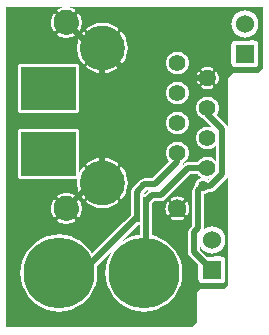
<source format=gbr>
G04 start of page 3 for group 1 idx 1 *
G04 Title: (unknown), bottom *
G04 Creator: pcb 1.99z *
G04 CreationDate: Tue Dec  8 20:21:25 2015 UTC *
G04 For: commonadmin *
G04 Format: Gerber/RS-274X *
G04 PCB-Dimensions (mil): 900.00 1100.00 *
G04 PCB-Coordinate-Origin: lower left *
%MOIN*%
%FSLAX25Y25*%
%LNBOTTOM*%
%ADD40C,0.0630*%
%ADD39C,0.1280*%
%ADD38C,0.1870*%
%ADD37C,0.0354*%
%ADD36C,0.0380*%
%ADD35C,0.0350*%
%ADD34C,0.0340*%
%ADD33R,0.0197X0.0197*%
%ADD32R,0.1450X0.1450*%
%ADD31C,0.0827*%
%ADD30C,0.1476*%
%ADD29C,0.2362*%
%ADD28C,0.0551*%
%ADD27C,0.0600*%
%ADD26C,0.0200*%
%ADD25C,0.0001*%
G54D25*G36*
X80500Y109000D02*X86500D01*
Y88500D01*
X85000Y87000D01*
X80500D01*
Y89007D01*
X83735Y89014D01*
X83965Y89069D01*
X84183Y89159D01*
X84384Y89283D01*
X84564Y89436D01*
X84717Y89616D01*
X84841Y89817D01*
X84931Y90035D01*
X84986Y90265D01*
X85000Y90500D01*
X84986Y96735D01*
X84931Y96965D01*
X84841Y97183D01*
X84717Y97384D01*
X84564Y97564D01*
X84384Y97717D01*
X84183Y97841D01*
X83965Y97931D01*
X83735Y97986D01*
X83500Y98000D01*
X80500Y97993D01*
Y98986D01*
X81206Y99042D01*
X81895Y99207D01*
X82549Y99478D01*
X83153Y99848D01*
X83692Y100308D01*
X84152Y100847D01*
X84522Y101451D01*
X84793Y102105D01*
X84958Y102794D01*
X85000Y103500D01*
X84958Y104206D01*
X84793Y104895D01*
X84522Y105549D01*
X84152Y106153D01*
X83692Y106692D01*
X83153Y107152D01*
X82549Y107522D01*
X81895Y107793D01*
X81206Y107958D01*
X80500Y108014D01*
Y109000D01*
G37*
G36*
X68002Y61733D02*X68589Y61779D01*
X69164Y61917D01*
X69710Y62143D01*
X70214Y62452D01*
X70664Y62836D01*
X71000Y63229D01*
Y57771D01*
X70664Y58164D01*
X70214Y58548D01*
X69710Y58857D01*
X69164Y59083D01*
X68589Y59221D01*
X68002Y59267D01*
Y61733D01*
G37*
G36*
Y70670D02*X69980Y68692D01*
X69710Y68857D01*
X69164Y69083D01*
X68589Y69221D01*
X68002Y69267D01*
Y70670D01*
G37*
G36*
X71073Y109000D02*X80500D01*
Y108014D01*
X79794Y107958D01*
X79105Y107793D01*
X78451Y107522D01*
X77847Y107152D01*
X77308Y106692D01*
X76848Y106153D01*
X76478Y105549D01*
X76207Y104895D01*
X76042Y104206D01*
X75986Y103500D01*
X76042Y102794D01*
X76207Y102105D01*
X76478Y101451D01*
X76848Y100847D01*
X77308Y100308D01*
X77847Y99848D01*
X78451Y99478D01*
X79105Y99207D01*
X79794Y99042D01*
X80500Y98986D01*
Y97993D01*
X77265Y97986D01*
X77035Y97931D01*
X76817Y97841D01*
X76616Y97717D01*
X76436Y97564D01*
X76283Y97384D01*
X76159Y97183D01*
X76069Y96965D01*
X76014Y96735D01*
X76000Y96500D01*
X76014Y90265D01*
X76069Y90035D01*
X76159Y89817D01*
X76283Y89616D01*
X76436Y89436D01*
X76616Y89283D01*
X76817Y89159D01*
X77035Y89069D01*
X77265Y89014D01*
X77500Y89000D01*
X80500Y89007D01*
Y87000D01*
X76500D01*
X75000Y85500D01*
Y68578D01*
X74981Y68814D01*
X74908Y69120D01*
X74788Y69411D01*
X74623Y69679D01*
X74623Y69679D01*
X74419Y69919D01*
X74359Y69970D01*
X71073Y73255D01*
Y73326D01*
X71357Y73790D01*
X71583Y74336D01*
X71721Y74911D01*
X71756Y75500D01*
X71721Y76089D01*
X71583Y76664D01*
X71357Y77210D01*
X71073Y77674D01*
Y83536D01*
X71115Y83553D01*
X71183Y83594D01*
X71243Y83644D01*
X71294Y83704D01*
X71334Y83771D01*
X71488Y84096D01*
X71606Y84436D01*
X71692Y84785D01*
X71743Y85141D01*
X71760Y85500D01*
X71743Y85859D01*
X71692Y86215D01*
X71606Y86564D01*
X71488Y86904D01*
X71338Y87231D01*
X71297Y87298D01*
X71245Y87358D01*
X71184Y87409D01*
X71117Y87450D01*
X71073Y87467D01*
Y109000D01*
G37*
G36*
Y73255D02*X71046Y73283D01*
X71048Y73286D01*
X71073Y73326D01*
Y73255D01*
G37*
G36*
X68002Y109000D02*X71073D01*
Y87467D01*
X71043Y87480D01*
X70966Y87498D01*
X70887Y87503D01*
X70808Y87496D01*
X70731Y87477D01*
X70658Y87447D01*
X70591Y87405D01*
X70531Y87353D01*
X70480Y87292D01*
X70439Y87224D01*
X70409Y87151D01*
X70392Y87074D01*
X70386Y86995D01*
X70393Y86916D01*
X70412Y86839D01*
X70444Y86767D01*
X70557Y86529D01*
X70643Y86280D01*
X70706Y86024D01*
X70743Y85763D01*
X70756Y85500D01*
X70743Y85237D01*
X70706Y84976D01*
X70643Y84720D01*
X70557Y84471D01*
X70447Y84232D01*
X70415Y84160D01*
X70396Y84083D01*
X70389Y84005D01*
X70395Y83927D01*
X70413Y83850D01*
X70442Y83777D01*
X70483Y83710D01*
X70533Y83649D01*
X70593Y83598D01*
X70660Y83556D01*
X70732Y83526D01*
X70809Y83507D01*
X70887Y83500D01*
X70966Y83506D01*
X71042Y83523D01*
X71073Y83536D01*
Y77674D01*
X71048Y77714D01*
X70664Y78164D01*
X70214Y78548D01*
X69710Y78857D01*
X69164Y79083D01*
X68589Y79221D01*
X68002Y79267D01*
Y81740D01*
X68359Y81757D01*
X68715Y81808D01*
X69064Y81894D01*
X69404Y82012D01*
X69731Y82162D01*
X69798Y82203D01*
X69858Y82255D01*
X69909Y82316D01*
X69950Y82383D01*
X69980Y82457D01*
X69998Y82534D01*
X70003Y82613D01*
X69996Y82692D01*
X69977Y82769D01*
X69947Y82842D01*
X69905Y82909D01*
X69853Y82969D01*
X69792Y83020D01*
X69724Y83061D01*
X69651Y83091D01*
X69574Y83108D01*
X69495Y83114D01*
X69416Y83107D01*
X69339Y83088D01*
X69267Y83056D01*
X69029Y82943D01*
X68780Y82857D01*
X68524Y82794D01*
X68263Y82757D01*
X68002Y82744D01*
Y88256D01*
X68263Y88243D01*
X68524Y88206D01*
X68780Y88143D01*
X69029Y88057D01*
X69268Y87947D01*
X69340Y87915D01*
X69417Y87896D01*
X69495Y87889D01*
X69573Y87895D01*
X69650Y87913D01*
X69723Y87942D01*
X69790Y87983D01*
X69851Y88033D01*
X69902Y88093D01*
X69944Y88160D01*
X69974Y88232D01*
X69993Y88309D01*
X70000Y88387D01*
X69994Y88466D01*
X69977Y88542D01*
X69947Y88615D01*
X69906Y88683D01*
X69856Y88743D01*
X69796Y88794D01*
X69729Y88834D01*
X69404Y88988D01*
X69064Y89106D01*
X68715Y89192D01*
X68359Y89243D01*
X68002Y89260D01*
Y109000D01*
G37*
G36*
X64927Y63326D02*X64952Y63286D01*
X65336Y62836D01*
X65786Y62452D01*
X66290Y62143D01*
X66836Y61917D01*
X67411Y61779D01*
X68000Y61733D01*
X68002Y61733D01*
Y59267D01*
X68000Y59267D01*
X67411Y59221D01*
X66836Y59083D01*
X66290Y58857D01*
X65786Y58548D01*
X65336Y58164D01*
X64952Y57714D01*
X64927Y57674D01*
Y63326D01*
G37*
G36*
Y73326D02*X64952Y73286D01*
X65336Y72836D01*
X65786Y72452D01*
X66290Y72143D01*
X66697Y71974D01*
X68002Y70670D01*
Y69267D01*
X68000Y69267D01*
X67411Y69221D01*
X66836Y69083D01*
X66290Y68857D01*
X65786Y68548D01*
X65336Y68164D01*
X64952Y67714D01*
X64927Y67674D01*
Y73326D01*
G37*
G36*
Y109000D02*X68002D01*
Y89260D01*
X68000Y89260D01*
X67641Y89243D01*
X67285Y89192D01*
X66936Y89106D01*
X66596Y88988D01*
X66269Y88838D01*
X66202Y88797D01*
X66142Y88745D01*
X66091Y88684D01*
X66050Y88617D01*
X66020Y88543D01*
X66002Y88466D01*
X65997Y88387D01*
X66004Y88308D01*
X66023Y88231D01*
X66053Y88158D01*
X66095Y88091D01*
X66147Y88031D01*
X66208Y87980D01*
X66276Y87939D01*
X66349Y87909D01*
X66426Y87892D01*
X66505Y87886D01*
X66584Y87893D01*
X66661Y87912D01*
X66733Y87944D01*
X66971Y88057D01*
X67220Y88143D01*
X67476Y88206D01*
X67737Y88243D01*
X68000Y88256D01*
X68002Y88256D01*
Y82744D01*
X68000Y82744D01*
X67737Y82757D01*
X67476Y82794D01*
X67220Y82857D01*
X66971Y82943D01*
X66732Y83053D01*
X66660Y83085D01*
X66583Y83104D01*
X66505Y83111D01*
X66427Y83105D01*
X66350Y83087D01*
X66277Y83058D01*
X66210Y83017D01*
X66149Y82967D01*
X66098Y82907D01*
X66056Y82840D01*
X66026Y82768D01*
X66007Y82691D01*
X66000Y82613D01*
X66006Y82534D01*
X66023Y82458D01*
X66053Y82385D01*
X66094Y82317D01*
X66144Y82257D01*
X66204Y82206D01*
X66271Y82166D01*
X66596Y82012D01*
X66936Y81894D01*
X67285Y81808D01*
X67641Y81757D01*
X68000Y81740D01*
X68002Y81740D01*
Y79267D01*
X68000Y79267D01*
X67411Y79221D01*
X66836Y79083D01*
X66290Y78857D01*
X65786Y78548D01*
X65336Y78164D01*
X64952Y77714D01*
X64927Y77674D01*
Y83533D01*
X64957Y83520D01*
X65034Y83502D01*
X65113Y83497D01*
X65192Y83504D01*
X65269Y83523D01*
X65342Y83553D01*
X65409Y83595D01*
X65469Y83647D01*
X65520Y83708D01*
X65561Y83776D01*
X65591Y83849D01*
X65608Y83926D01*
X65614Y84005D01*
X65607Y84084D01*
X65588Y84161D01*
X65556Y84233D01*
X65443Y84471D01*
X65357Y84720D01*
X65294Y84976D01*
X65257Y85237D01*
X65244Y85500D01*
X65257Y85763D01*
X65294Y86024D01*
X65357Y86280D01*
X65443Y86529D01*
X65553Y86768D01*
X65585Y86840D01*
X65604Y86917D01*
X65611Y86995D01*
X65605Y87073D01*
X65587Y87150D01*
X65558Y87223D01*
X65517Y87290D01*
X65467Y87351D01*
X65407Y87402D01*
X65340Y87444D01*
X65268Y87474D01*
X65191Y87493D01*
X65113Y87500D01*
X65034Y87494D01*
X64958Y87477D01*
X64927Y87464D01*
Y109000D01*
G37*
G36*
X40054Y97668D02*X40205Y97107D01*
X40318Y96469D01*
X40375Y95824D01*
Y95176D01*
X40318Y94531D01*
X40205Y93893D01*
X40054Y93332D01*
Y97668D01*
G37*
G36*
Y52668D02*X40205Y52107D01*
X40318Y51469D01*
X40375Y50824D01*
Y50176D01*
X40318Y49531D01*
X40205Y48893D01*
X40054Y48332D01*
Y52668D01*
G37*
G36*
X57994Y109000D02*X64927D01*
Y87464D01*
X64885Y87447D01*
X64817Y87406D01*
X64757Y87356D01*
X64706Y87296D01*
X64666Y87229D01*
X64512Y86904D01*
X64394Y86564D01*
X64308Y86215D01*
X64257Y85859D01*
X64240Y85500D01*
X64257Y85141D01*
X64308Y84785D01*
X64394Y84436D01*
X64512Y84096D01*
X64662Y83769D01*
X64703Y83702D01*
X64755Y83642D01*
X64816Y83591D01*
X64883Y83550D01*
X64927Y83533D01*
Y77674D01*
X64643Y77210D01*
X64417Y76664D01*
X64279Y76089D01*
X64233Y75500D01*
X64279Y74911D01*
X64417Y74336D01*
X64643Y73790D01*
X64927Y73326D01*
Y67674D01*
X64643Y67210D01*
X64417Y66664D01*
X64279Y66089D01*
X64233Y65500D01*
X64279Y64911D01*
X64417Y64336D01*
X64643Y63790D01*
X64927Y63326D01*
Y57674D01*
X64821Y57500D01*
X61578D01*
X61500Y57506D01*
X61186Y57481D01*
X60880Y57408D01*
X60589Y57288D01*
X60321Y57123D01*
X60320Y57123D01*
X60081Y56919D01*
X60030Y56859D01*
X59806Y56635D01*
X59908Y56880D01*
X59981Y57186D01*
X59992Y57315D01*
X60214Y57452D01*
X60664Y57836D01*
X61048Y58286D01*
X61357Y58790D01*
X61583Y59336D01*
X61721Y59911D01*
X61756Y60500D01*
X61721Y61089D01*
X61583Y61664D01*
X61357Y62210D01*
X61048Y62714D01*
X60664Y63164D01*
X60214Y63548D01*
X59710Y63857D01*
X59164Y64083D01*
X58589Y64221D01*
X58000Y64267D01*
X57994Y64267D01*
Y66733D01*
X58000Y66733D01*
X58589Y66779D01*
X59164Y66917D01*
X59710Y67143D01*
X60214Y67452D01*
X60664Y67836D01*
X61048Y68286D01*
X61357Y68790D01*
X61583Y69336D01*
X61721Y69911D01*
X61756Y70500D01*
X61721Y71089D01*
X61583Y71664D01*
X61357Y72210D01*
X61048Y72714D01*
X60664Y73164D01*
X60214Y73548D01*
X59710Y73857D01*
X59164Y74083D01*
X58589Y74221D01*
X58000Y74267D01*
X57994Y74267D01*
Y76733D01*
X58000Y76733D01*
X58589Y76779D01*
X59164Y76917D01*
X59710Y77143D01*
X60214Y77452D01*
X60664Y77836D01*
X61048Y78286D01*
X61357Y78790D01*
X61583Y79336D01*
X61721Y79911D01*
X61756Y80500D01*
X61721Y81089D01*
X61583Y81664D01*
X61357Y82210D01*
X61048Y82714D01*
X60664Y83164D01*
X60214Y83548D01*
X59710Y83857D01*
X59164Y84083D01*
X58589Y84221D01*
X58000Y84267D01*
X57994Y84267D01*
Y86733D01*
X58000Y86733D01*
X58589Y86779D01*
X59164Y86917D01*
X59710Y87143D01*
X60214Y87452D01*
X60664Y87836D01*
X61048Y88286D01*
X61357Y88790D01*
X61583Y89336D01*
X61721Y89911D01*
X61756Y90500D01*
X61721Y91089D01*
X61583Y91664D01*
X61357Y92210D01*
X61048Y92714D01*
X60664Y93164D01*
X60214Y93548D01*
X59710Y93857D01*
X59164Y94083D01*
X58589Y94221D01*
X58000Y94267D01*
X57994Y94267D01*
Y109000D01*
G37*
G36*
X40054D02*X57994D01*
Y94267D01*
X57411Y94221D01*
X56836Y94083D01*
X56290Y93857D01*
X55786Y93548D01*
X55336Y93164D01*
X54952Y92714D01*
X54643Y92210D01*
X54417Y91664D01*
X54279Y91089D01*
X54233Y90500D01*
X54279Y89911D01*
X54417Y89336D01*
X54643Y88790D01*
X54952Y88286D01*
X55336Y87836D01*
X55786Y87452D01*
X56290Y87143D01*
X56836Y86917D01*
X57411Y86779D01*
X57994Y86733D01*
Y84267D01*
X57411Y84221D01*
X56836Y84083D01*
X56290Y83857D01*
X55786Y83548D01*
X55336Y83164D01*
X54952Y82714D01*
X54643Y82210D01*
X54417Y81664D01*
X54279Y81089D01*
X54233Y80500D01*
X54279Y79911D01*
X54417Y79336D01*
X54643Y78790D01*
X54952Y78286D01*
X55336Y77836D01*
X55786Y77452D01*
X56290Y77143D01*
X56836Y76917D01*
X57411Y76779D01*
X57994Y76733D01*
Y74267D01*
X57411Y74221D01*
X56836Y74083D01*
X56290Y73857D01*
X55786Y73548D01*
X55336Y73164D01*
X54952Y72714D01*
X54643Y72210D01*
X54417Y71664D01*
X54279Y71089D01*
X54233Y70500D01*
X54279Y69911D01*
X54417Y69336D01*
X54643Y68790D01*
X54952Y68286D01*
X55336Y67836D01*
X55786Y67452D01*
X56290Y67143D01*
X56836Y66917D01*
X57411Y66779D01*
X57994Y66733D01*
Y64267D01*
X57411Y64221D01*
X56836Y64083D01*
X56290Y63857D01*
X55786Y63548D01*
X55336Y63164D01*
X54952Y62714D01*
X54643Y62210D01*
X54417Y61664D01*
X54279Y61089D01*
X54233Y60500D01*
X54279Y59911D01*
X54417Y59336D01*
X54643Y58790D01*
X54952Y58286D01*
X55336Y57836D01*
X55429Y57757D01*
X49672Y52000D01*
X47078D01*
X47000Y52006D01*
X46686Y51981D01*
X46380Y51908D01*
X46089Y51788D01*
X45821Y51623D01*
X45821Y51623D01*
X45581Y51419D01*
X45530Y51359D01*
X43141Y48970D01*
X43081Y48919D01*
X42877Y48679D01*
X42712Y48411D01*
X42592Y48120D01*
X42519Y47814D01*
X42494Y47500D01*
X42500Y47422D01*
Y39828D01*
X40054Y37382D01*
Y45958D01*
X40060Y45967D01*
X40431Y46604D01*
X40744Y47271D01*
X40997Y47962D01*
X41189Y48673D01*
X41317Y49398D01*
X41382Y50132D01*
Y50868D01*
X41317Y51602D01*
X41189Y52327D01*
X40997Y53038D01*
X40744Y53729D01*
X40431Y54396D01*
X40060Y55033D01*
X40054Y55042D01*
Y90958D01*
X40060Y90967D01*
X40431Y91604D01*
X40744Y92271D01*
X40997Y92962D01*
X41189Y93673D01*
X41317Y94398D01*
X41382Y95132D01*
Y95868D01*
X41317Y96602D01*
X41189Y97327D01*
X40997Y98038D01*
X40744Y98729D01*
X40431Y99396D01*
X40060Y100033D01*
X40054Y100042D01*
Y109000D01*
G37*
G36*
X33004D02*X40054D01*
Y100042D01*
X39636Y100634D01*
X39582Y100694D01*
X39520Y100744D01*
X39451Y100783D01*
X39376Y100812D01*
X39298Y100828D01*
X39218Y100832D01*
X39139Y100823D01*
X39062Y100802D01*
X38989Y100769D01*
X38922Y100726D01*
X38863Y100672D01*
X38813Y100610D01*
X38774Y100540D01*
X38745Y100466D01*
X38729Y100388D01*
X38725Y100308D01*
X38734Y100229D01*
X38755Y100152D01*
X38788Y100079D01*
X38833Y100013D01*
X39212Y99488D01*
X39538Y98928D01*
X39813Y98341D01*
X40036Y97733D01*
X40054Y97668D01*
Y93332D01*
X40036Y93267D01*
X39813Y92659D01*
X39538Y92072D01*
X39212Y91512D01*
X38838Y90983D01*
X38794Y90918D01*
X38762Y90846D01*
X38741Y90770D01*
X38732Y90692D01*
X38736Y90613D01*
X38752Y90536D01*
X38780Y90463D01*
X38819Y90394D01*
X38869Y90333D01*
X38927Y90280D01*
X38993Y90237D01*
X39064Y90205D01*
X39140Y90184D01*
X39219Y90175D01*
X39297Y90179D01*
X39374Y90195D01*
X39448Y90223D01*
X39516Y90262D01*
X39578Y90311D01*
X39629Y90371D01*
X40054Y90958D01*
Y55042D01*
X39636Y55634D01*
X39582Y55694D01*
X39520Y55744D01*
X39451Y55783D01*
X39376Y55812D01*
X39298Y55828D01*
X39218Y55832D01*
X39139Y55823D01*
X39062Y55802D01*
X38989Y55769D01*
X38922Y55726D01*
X38863Y55672D01*
X38813Y55610D01*
X38774Y55540D01*
X38745Y55466D01*
X38729Y55388D01*
X38725Y55308D01*
X38734Y55229D01*
X38755Y55152D01*
X38788Y55079D01*
X38833Y55013D01*
X39212Y54488D01*
X39538Y53928D01*
X39813Y53341D01*
X40036Y52733D01*
X40054Y52668D01*
Y48332D01*
X40036Y48267D01*
X39813Y47659D01*
X39538Y47072D01*
X39212Y46512D01*
X38838Y45983D01*
X38794Y45918D01*
X38762Y45846D01*
X38741Y45770D01*
X38732Y45692D01*
X38736Y45613D01*
X38752Y45536D01*
X38780Y45463D01*
X38819Y45394D01*
X38869Y45333D01*
X38927Y45280D01*
X38993Y45237D01*
X39064Y45205D01*
X39140Y45184D01*
X39219Y45175D01*
X39297Y45179D01*
X39374Y45195D01*
X39448Y45223D01*
X39516Y45262D01*
X39578Y45311D01*
X39629Y45371D01*
X40054Y45958D01*
Y37382D01*
X33004Y30332D01*
Y42118D01*
X33368D01*
X34102Y42183D01*
X34827Y42311D01*
X35538Y42503D01*
X36229Y42756D01*
X36896Y43069D01*
X37533Y43440D01*
X38134Y43864D01*
X38194Y43918D01*
X38244Y43980D01*
X38283Y44049D01*
X38312Y44124D01*
X38328Y44202D01*
X38332Y44282D01*
X38323Y44361D01*
X38302Y44438D01*
X38269Y44511D01*
X38226Y44578D01*
X38172Y44637D01*
X38110Y44687D01*
X38040Y44726D01*
X37966Y44755D01*
X37888Y44771D01*
X37808Y44775D01*
X37729Y44766D01*
X37652Y44745D01*
X37579Y44712D01*
X37513Y44667D01*
X36988Y44288D01*
X36428Y43962D01*
X35841Y43687D01*
X35233Y43464D01*
X34607Y43295D01*
X33969Y43182D01*
X33324Y43125D01*
X33004D01*
Y57875D01*
X33324D01*
X33969Y57818D01*
X34607Y57705D01*
X35233Y57536D01*
X35841Y57313D01*
X36428Y57038D01*
X36988Y56712D01*
X37517Y56338D01*
X37582Y56294D01*
X37654Y56262D01*
X37730Y56241D01*
X37808Y56232D01*
X37887Y56236D01*
X37964Y56252D01*
X38037Y56280D01*
X38106Y56319D01*
X38167Y56369D01*
X38220Y56427D01*
X38263Y56493D01*
X38295Y56564D01*
X38316Y56640D01*
X38325Y56719D01*
X38321Y56797D01*
X38305Y56874D01*
X38277Y56948D01*
X38238Y57016D01*
X38189Y57078D01*
X38129Y57129D01*
X37533Y57560D01*
X36896Y57931D01*
X36229Y58244D01*
X35538Y58497D01*
X34827Y58689D01*
X34102Y58817D01*
X33368Y58882D01*
X33004D01*
Y87118D01*
X33368D01*
X34102Y87183D01*
X34827Y87311D01*
X35538Y87503D01*
X36229Y87756D01*
X36896Y88069D01*
X37533Y88440D01*
X38134Y88864D01*
X38194Y88918D01*
X38244Y88980D01*
X38283Y89049D01*
X38312Y89124D01*
X38328Y89202D01*
X38332Y89282D01*
X38323Y89361D01*
X38302Y89438D01*
X38269Y89511D01*
X38226Y89578D01*
X38172Y89637D01*
X38110Y89687D01*
X38040Y89726D01*
X37966Y89755D01*
X37888Y89771D01*
X37808Y89775D01*
X37729Y89766D01*
X37652Y89745D01*
X37579Y89712D01*
X37513Y89667D01*
X36988Y89288D01*
X36428Y88962D01*
X35841Y88687D01*
X35233Y88464D01*
X34607Y88295D01*
X33969Y88182D01*
X33324Y88125D01*
X33004D01*
Y102875D01*
X33324D01*
X33969Y102818D01*
X34607Y102705D01*
X35233Y102536D01*
X35841Y102313D01*
X36428Y102038D01*
X36988Y101712D01*
X37517Y101338D01*
X37582Y101294D01*
X37654Y101262D01*
X37730Y101241D01*
X37808Y101232D01*
X37887Y101236D01*
X37964Y101252D01*
X38037Y101280D01*
X38106Y101319D01*
X38167Y101369D01*
X38220Y101427D01*
X38263Y101493D01*
X38295Y101564D01*
X38316Y101640D01*
X38325Y101719D01*
X38321Y101797D01*
X38305Y101874D01*
X38277Y101948D01*
X38238Y102016D01*
X38189Y102078D01*
X38129Y102129D01*
X37533Y102560D01*
X36896Y102931D01*
X36229Y103244D01*
X35538Y103497D01*
X34827Y103689D01*
X34102Y103817D01*
X33368Y103882D01*
X33004D01*
Y109000D01*
G37*
G36*
X25258D02*X33004D01*
Y103882D01*
X32632D01*
X31898Y103817D01*
X31173Y103689D01*
X30462Y103497D01*
X29771Y103244D01*
X29104Y102931D01*
X28467Y102560D01*
X27866Y102136D01*
X27806Y102082D01*
X27756Y102020D01*
X27717Y101951D01*
X27688Y101876D01*
X27672Y101798D01*
X27668Y101718D01*
X27677Y101639D01*
X27698Y101562D01*
X27731Y101489D01*
X27774Y101422D01*
X27828Y101363D01*
X27890Y101313D01*
X27960Y101274D01*
X28034Y101245D01*
X28112Y101229D01*
X28192Y101225D01*
X28271Y101234D01*
X28348Y101255D01*
X28421Y101288D01*
X28487Y101333D01*
X29012Y101712D01*
X29572Y102038D01*
X30159Y102313D01*
X30767Y102536D01*
X31393Y102705D01*
X32031Y102818D01*
X32676Y102875D01*
X33004D01*
Y88125D01*
X32676D01*
X32031Y88182D01*
X31393Y88295D01*
X30767Y88464D01*
X30159Y88687D01*
X29572Y88962D01*
X29012Y89288D01*
X28483Y89662D01*
X28418Y89706D01*
X28346Y89738D01*
X28270Y89759D01*
X28192Y89768D01*
X28113Y89764D01*
X28036Y89748D01*
X27963Y89720D01*
X27894Y89681D01*
X27833Y89631D01*
X27780Y89573D01*
X27737Y89507D01*
X27705Y89436D01*
X27684Y89360D01*
X27675Y89281D01*
X27679Y89203D01*
X27695Y89126D01*
X27723Y89052D01*
X27762Y88984D01*
X27811Y88922D01*
X27871Y88871D01*
X28467Y88440D01*
X29104Y88069D01*
X29771Y87756D01*
X30462Y87503D01*
X31173Y87311D01*
X31898Y87183D01*
X32632Y87118D01*
X33004D01*
Y58882D01*
X32632D01*
X31898Y58817D01*
X31173Y58689D01*
X30462Y58497D01*
X29771Y58244D01*
X29104Y57931D01*
X28467Y57560D01*
X27866Y57136D01*
X27806Y57082D01*
X27756Y57020D01*
X27717Y56951D01*
X27688Y56876D01*
X27672Y56798D01*
X27668Y56718D01*
X27677Y56639D01*
X27698Y56562D01*
X27731Y56489D01*
X27774Y56422D01*
X27828Y56363D01*
X27890Y56313D01*
X27960Y56274D01*
X28034Y56245D01*
X28112Y56229D01*
X28192Y56225D01*
X28271Y56234D01*
X28348Y56255D01*
X28421Y56288D01*
X28487Y56333D01*
X29012Y56712D01*
X29572Y57038D01*
X30159Y57313D01*
X30767Y57536D01*
X31393Y57705D01*
X32031Y57818D01*
X32676Y57875D01*
X33004D01*
Y43125D01*
X32676D01*
X32031Y43182D01*
X31393Y43295D01*
X30767Y43464D01*
X30159Y43687D01*
X29572Y43962D01*
X29012Y44288D01*
X28483Y44662D01*
X28418Y44706D01*
X28346Y44738D01*
X28270Y44759D01*
X28192Y44768D01*
X28113Y44764D01*
X28036Y44748D01*
X27963Y44720D01*
X27894Y44681D01*
X27833Y44631D01*
X27780Y44573D01*
X27737Y44507D01*
X27705Y44436D01*
X27684Y44360D01*
X27675Y44281D01*
X27679Y44203D01*
X27695Y44126D01*
X27723Y44052D01*
X27762Y43984D01*
X27811Y43922D01*
X27871Y43871D01*
X28467Y43440D01*
X29104Y43069D01*
X29771Y42756D01*
X30462Y42503D01*
X31173Y42311D01*
X31898Y42183D01*
X32632Y42118D01*
X33004D01*
Y30332D01*
X29591Y26920D01*
X28896Y28053D01*
X27587Y29587D01*
X26053Y30896D01*
X25258Y31384D01*
Y39192D01*
X25269Y39203D01*
X25315Y39267D01*
X25546Y39653D01*
X25737Y40061D01*
X25891Y40484D01*
X26008Y40919D01*
X26087Y41362D01*
X26126Y41810D01*
Y42261D01*
X26087Y42709D01*
X26008Y43152D01*
X25891Y43587D01*
X25737Y44010D01*
X25546Y44417D01*
X25320Y44807D01*
X25272Y44870D01*
X25258Y44884D01*
Y47268D01*
X25569Y46604D01*
X25940Y45967D01*
X26364Y45366D01*
X26418Y45306D01*
X26480Y45256D01*
X26549Y45217D01*
X26624Y45188D01*
X26702Y45172D01*
X26782Y45168D01*
X26861Y45177D01*
X26938Y45198D01*
X27011Y45231D01*
X27078Y45274D01*
X27137Y45328D01*
X27187Y45390D01*
X27226Y45460D01*
X27255Y45534D01*
X27271Y45612D01*
X27275Y45692D01*
X27266Y45771D01*
X27245Y45848D01*
X27212Y45921D01*
X27167Y45987D01*
X26788Y46512D01*
X26462Y47072D01*
X26187Y47659D01*
X25964Y48267D01*
X25795Y48893D01*
X25682Y49531D01*
X25625Y50176D01*
Y50824D01*
X25682Y51469D01*
X25795Y52107D01*
X25964Y52733D01*
X26187Y53341D01*
X26462Y53928D01*
X26788Y54488D01*
X27162Y55017D01*
X27206Y55082D01*
X27238Y55154D01*
X27259Y55230D01*
X27268Y55308D01*
X27264Y55387D01*
X27248Y55464D01*
X27220Y55537D01*
X27181Y55606D01*
X27131Y55667D01*
X27073Y55720D01*
X27007Y55763D01*
X26936Y55795D01*
X26860Y55816D01*
X26781Y55825D01*
X26703Y55821D01*
X26626Y55805D01*
X26552Y55777D01*
X26484Y55738D01*
X26422Y55689D01*
X26371Y55629D01*
X25940Y55033D01*
X25569Y54396D01*
X25258Y53732D01*
Y92268D01*
X25569Y91604D01*
X25940Y90967D01*
X26364Y90366D01*
X26418Y90306D01*
X26480Y90256D01*
X26549Y90217D01*
X26624Y90188D01*
X26702Y90172D01*
X26782Y90168D01*
X26861Y90177D01*
X26938Y90198D01*
X27011Y90231D01*
X27078Y90274D01*
X27137Y90328D01*
X27187Y90390D01*
X27226Y90460D01*
X27255Y90534D01*
X27271Y90612D01*
X27275Y90692D01*
X27266Y90771D01*
X27245Y90848D01*
X27212Y90921D01*
X27167Y90987D01*
X26788Y91512D01*
X26462Y92072D01*
X26187Y92659D01*
X25964Y93267D01*
X25795Y93893D01*
X25682Y94531D01*
X25625Y95176D01*
Y95824D01*
X25682Y96469D01*
X25795Y97107D01*
X25964Y97733D01*
X26187Y98341D01*
X26462Y98928D01*
X26788Y99488D01*
X27162Y100017D01*
X27206Y100082D01*
X27238Y100154D01*
X27259Y100230D01*
X27268Y100308D01*
X27264Y100387D01*
X27248Y100464D01*
X27220Y100537D01*
X27181Y100606D01*
X27131Y100667D01*
X27073Y100720D01*
X27007Y100763D01*
X26936Y100795D01*
X26860Y100816D01*
X26781Y100825D01*
X26703Y100821D01*
X26626Y100805D01*
X26552Y100777D01*
X26484Y100738D01*
X26422Y100689D01*
X26371Y100629D01*
X25940Y100033D01*
X25569Y99396D01*
X25258Y98732D01*
Y101200D01*
X25269Y101211D01*
X25315Y101275D01*
X25546Y101661D01*
X25737Y102069D01*
X25891Y102492D01*
X26008Y102927D01*
X26087Y103370D01*
X26126Y103818D01*
Y104268D01*
X26087Y104717D01*
X26008Y105160D01*
X25891Y105595D01*
X25737Y106018D01*
X25546Y106425D01*
X25320Y106815D01*
X25272Y106878D01*
X25258Y106892D01*
Y109000D01*
G37*
G36*
Y31384D02*X24334Y31950D01*
X22471Y32722D01*
X20994Y33076D01*
Y36902D01*
X21217D01*
X21666Y36941D01*
X22109Y37019D01*
X22544Y37136D01*
X22966Y37291D01*
X23374Y37482D01*
X23763Y37708D01*
X23827Y37755D01*
X23882Y37813D01*
X23927Y37878D01*
X23962Y37949D01*
X23985Y38025D01*
X23996Y38104D01*
X23994Y38183D01*
X23980Y38261D01*
X23954Y38336D01*
X23917Y38406D01*
X23869Y38469D01*
X23812Y38524D01*
X23747Y38569D01*
X23675Y38604D01*
X23599Y38627D01*
X23521Y38638D01*
X23441Y38636D01*
X23363Y38622D01*
X23288Y38596D01*
X23219Y38558D01*
X22908Y38372D01*
X22580Y38219D01*
X22240Y38094D01*
X21891Y38000D01*
X21534Y37937D01*
X21173Y37906D01*
X20994D01*
Y46165D01*
X21173D01*
X21534Y46134D01*
X21891Y46070D01*
X22240Y45976D01*
X22580Y45852D01*
X22908Y45698D01*
X23221Y45517D01*
X23290Y45478D01*
X23364Y45452D01*
X23442Y45439D01*
X23521Y45437D01*
X23599Y45448D01*
X23674Y45471D01*
X23745Y45505D01*
X23809Y45550D01*
X23866Y45604D01*
X23913Y45667D01*
X23951Y45737D01*
X23976Y45811D01*
X23990Y45888D01*
X23992Y45967D01*
X23981Y46045D01*
X23958Y46120D01*
X23924Y46191D01*
X23879Y46256D01*
X23824Y46313D01*
X23761Y46359D01*
X23374Y46589D01*
X22966Y46780D01*
X22544Y46934D01*
X22109Y47051D01*
X21666Y47130D01*
X21217Y47169D01*
X20994D01*
Y51958D01*
X24407Y51959D01*
X24560Y51996D01*
X24705Y52056D01*
X24770Y52096D01*
X24683Y51602D01*
X24618Y50868D01*
Y50132D01*
X24683Y49398D01*
X24811Y48673D01*
X25003Y47962D01*
X25256Y47271D01*
X25258Y47268D01*
Y44884D01*
X25215Y44925D01*
X25150Y44971D01*
X25079Y45005D01*
X25003Y45028D01*
X24924Y45039D01*
X24845Y45038D01*
X24767Y45024D01*
X24692Y44998D01*
X24622Y44960D01*
X24559Y44912D01*
X24504Y44855D01*
X24458Y44790D01*
X24424Y44719D01*
X24401Y44643D01*
X24390Y44564D01*
X24391Y44485D01*
X24405Y44407D01*
X24431Y44332D01*
X24470Y44263D01*
X24655Y43952D01*
X24809Y43624D01*
X24933Y43284D01*
X25027Y42934D01*
X25090Y42577D01*
X25122Y42217D01*
Y41854D01*
X25090Y41494D01*
X25027Y41137D01*
X24933Y40787D01*
X24809Y40447D01*
X24655Y40119D01*
X24473Y39806D01*
X24435Y39738D01*
X24409Y39663D01*
X24395Y39586D01*
X24394Y39507D01*
X24404Y39429D01*
X24427Y39354D01*
X24462Y39283D01*
X24507Y39218D01*
X24561Y39162D01*
X24624Y39114D01*
X24693Y39077D01*
X24768Y39051D01*
X24845Y39037D01*
X24924Y39036D01*
X25002Y39047D01*
X25077Y39069D01*
X25148Y39104D01*
X25212Y39149D01*
X25258Y39192D01*
Y31384D01*
G37*
G36*
X20994Y108173D02*X21173D01*
X21534Y108142D01*
X21891Y108078D01*
X22240Y107984D01*
X22580Y107860D01*
X22908Y107706D01*
X23221Y107525D01*
X23290Y107486D01*
X23364Y107460D01*
X23442Y107446D01*
X23521Y107445D01*
X23599Y107456D01*
X23674Y107478D01*
X23745Y107513D01*
X23809Y107558D01*
X23866Y107612D01*
X23913Y107675D01*
X23951Y107744D01*
X23976Y107819D01*
X23990Y107896D01*
X23992Y107975D01*
X23981Y108053D01*
X23958Y108128D01*
X23924Y108199D01*
X23879Y108264D01*
X23824Y108320D01*
X23761Y108367D01*
X23374Y108597D01*
X22966Y108788D01*
X22544Y108942D01*
X22329Y109000D01*
X25258D01*
Y106892D01*
X25215Y106933D01*
X25150Y106978D01*
X25079Y107013D01*
X25003Y107036D01*
X24924Y107047D01*
X24845Y107045D01*
X24767Y107031D01*
X24692Y107005D01*
X24622Y106968D01*
X24559Y106920D01*
X24504Y106863D01*
X24458Y106798D01*
X24424Y106726D01*
X24401Y106651D01*
X24390Y106572D01*
X24391Y106493D01*
X24405Y106415D01*
X24431Y106340D01*
X24470Y106271D01*
X24655Y105959D01*
X24809Y105632D01*
X24933Y105291D01*
X25027Y104942D01*
X25090Y104585D01*
X25122Y104224D01*
Y103862D01*
X25090Y103501D01*
X25027Y103145D01*
X24933Y102795D01*
X24809Y102455D01*
X24655Y102127D01*
X24473Y101814D01*
X24435Y101745D01*
X24409Y101671D01*
X24395Y101594D01*
X24394Y101515D01*
X24404Y101437D01*
X24427Y101362D01*
X24462Y101291D01*
X24507Y101226D01*
X24561Y101169D01*
X24624Y101122D01*
X24693Y101085D01*
X24768Y101059D01*
X24845Y101045D01*
X24924Y101044D01*
X25002Y101054D01*
X25077Y101077D01*
X25148Y101112D01*
X25212Y101157D01*
X25258Y101200D01*
Y98732D01*
X25256Y98729D01*
X25003Y98038D01*
X24811Y97327D01*
X24683Y96602D01*
X24618Y95868D01*
Y95132D01*
X24683Y94398D01*
X24811Y93673D01*
X25003Y92962D01*
X25256Y92271D01*
X25258Y92268D01*
Y53732D01*
X25256Y53729D01*
X25250Y53710D01*
X25241Y67607D01*
X25204Y67760D01*
X25144Y67905D01*
X25062Y68040D01*
X24959Y68159D01*
X24840Y68262D01*
X24705Y68344D01*
X24560Y68404D01*
X24407Y68441D01*
X24250Y68450D01*
X20994Y68448D01*
Y73758D01*
X24407Y73759D01*
X24560Y73796D01*
X24705Y73856D01*
X24840Y73938D01*
X24959Y74041D01*
X25062Y74160D01*
X25144Y74295D01*
X25204Y74440D01*
X25241Y74593D01*
X25250Y74750D01*
X25241Y89407D01*
X25204Y89560D01*
X25144Y89705D01*
X25062Y89840D01*
X24959Y89959D01*
X24840Y90062D01*
X24705Y90144D01*
X24560Y90204D01*
X24407Y90241D01*
X24250Y90250D01*
X20994Y90248D01*
Y98909D01*
X21217D01*
X21666Y98949D01*
X22109Y99027D01*
X22544Y99144D01*
X22966Y99299D01*
X23374Y99490D01*
X23763Y99716D01*
X23827Y99763D01*
X23882Y99820D01*
X23927Y99886D01*
X23962Y99957D01*
X23985Y100033D01*
X23996Y100111D01*
X23994Y100191D01*
X23980Y100269D01*
X23954Y100344D01*
X23917Y100414D01*
X23869Y100477D01*
X23812Y100532D01*
X23747Y100577D01*
X23675Y100612D01*
X23599Y100635D01*
X23521Y100646D01*
X23441Y100644D01*
X23363Y100630D01*
X23288Y100604D01*
X23219Y100565D01*
X22908Y100380D01*
X22580Y100227D01*
X22240Y100102D01*
X21891Y100008D01*
X21534Y99945D01*
X21173Y99913D01*
X20994D01*
Y108173D01*
G37*
G36*
Y68448D02*X15000Y68445D01*
Y73755D01*
X20994Y73758D01*
Y68448D01*
G37*
G36*
Y33076D02*X20510Y33192D01*
X18500Y33351D01*
X16726Y33211D01*
Y39187D01*
X16769Y39146D01*
X16834Y39100D01*
X16906Y39066D01*
X16982Y39043D01*
X17060Y39032D01*
X17140Y39033D01*
X17218Y39047D01*
X17293Y39073D01*
X17362Y39111D01*
X17426Y39159D01*
X17481Y39216D01*
X17526Y39281D01*
X17561Y39352D01*
X17584Y39428D01*
X17595Y39507D01*
X17593Y39586D01*
X17579Y39664D01*
X17553Y39739D01*
X17514Y39808D01*
X17329Y40119D01*
X17176Y40447D01*
X17051Y40787D01*
X16957Y41137D01*
X16894Y41494D01*
X16862Y41854D01*
Y42217D01*
X16894Y42577D01*
X16957Y42934D01*
X17051Y43284D01*
X17176Y43624D01*
X17329Y43952D01*
X17511Y44265D01*
X17549Y44333D01*
X17575Y44408D01*
X17589Y44485D01*
X17591Y44564D01*
X17580Y44642D01*
X17557Y44717D01*
X17523Y44788D01*
X17478Y44853D01*
X17423Y44909D01*
X17360Y44957D01*
X17291Y44994D01*
X17217Y45020D01*
X17139Y45034D01*
X17060Y45035D01*
X16982Y45024D01*
X16907Y45002D01*
X16836Y44967D01*
X16772Y44922D01*
X16726Y44879D01*
Y51955D01*
X20994Y51958D01*
Y47169D01*
X20767D01*
X20319Y47130D01*
X19875Y47051D01*
X19441Y46934D01*
X19018Y46780D01*
X18610Y46589D01*
X18221Y46363D01*
X18157Y46316D01*
X18102Y46258D01*
X18057Y46193D01*
X18022Y46122D01*
X17999Y46046D01*
X17988Y45967D01*
X17990Y45888D01*
X18004Y45810D01*
X18030Y45735D01*
X18067Y45665D01*
X18115Y45602D01*
X18172Y45547D01*
X18238Y45502D01*
X18309Y45467D01*
X18385Y45444D01*
X18463Y45433D01*
X18543Y45435D01*
X18621Y45449D01*
X18696Y45475D01*
X18765Y45513D01*
X19076Y45698D01*
X19404Y45852D01*
X19744Y45976D01*
X20094Y46070D01*
X20450Y46134D01*
X20811Y46165D01*
X20994D01*
Y37906D01*
X20811D01*
X20450Y37937D01*
X20094Y38000D01*
X19744Y38094D01*
X19404Y38219D01*
X19076Y38372D01*
X18763Y38554D01*
X18694Y38593D01*
X18620Y38618D01*
X18542Y38632D01*
X18464Y38634D01*
X18386Y38623D01*
X18310Y38600D01*
X18240Y38566D01*
X18175Y38521D01*
X18118Y38466D01*
X18071Y38404D01*
X18034Y38334D01*
X18008Y38260D01*
X17994Y38182D01*
X17992Y38104D01*
X18003Y38026D01*
X18026Y37950D01*
X18060Y37880D01*
X18105Y37815D01*
X18160Y37758D01*
X18223Y37712D01*
X18610Y37482D01*
X19018Y37291D01*
X19441Y37136D01*
X19875Y37019D01*
X20319Y36941D01*
X20767Y36902D01*
X20994D01*
Y33076D01*
G37*
G36*
X16726Y33211D02*X16490Y33192D01*
X15000Y32835D01*
Y51955D01*
X16726Y51955D01*
Y44879D01*
X16715Y44868D01*
X16669Y44804D01*
X16439Y44417D01*
X16248Y44010D01*
X16093Y43587D01*
X15976Y43152D01*
X15898Y42709D01*
X15858Y42261D01*
Y41810D01*
X15898Y41362D01*
X15976Y40919D01*
X16093Y40484D01*
X16248Y40061D01*
X16439Y39653D01*
X16665Y39264D01*
X16712Y39201D01*
X16726Y39187D01*
Y33211D01*
G37*
G36*
Y109000D02*X19655D01*
X19441Y108942D01*
X19018Y108788D01*
X18610Y108597D01*
X18221Y108371D01*
X18157Y108323D01*
X18102Y108266D01*
X18057Y108201D01*
X18022Y108130D01*
X17999Y108054D01*
X17988Y107975D01*
X17990Y107896D01*
X18004Y107818D01*
X18030Y107743D01*
X18067Y107673D01*
X18115Y107610D01*
X18172Y107555D01*
X18238Y107509D01*
X18309Y107475D01*
X18385Y107452D01*
X18463Y107441D01*
X18543Y107442D01*
X18621Y107456D01*
X18696Y107482D01*
X18765Y107521D01*
X19076Y107706D01*
X19404Y107860D01*
X19744Y107984D01*
X20094Y108078D01*
X20450Y108142D01*
X20811Y108173D01*
X20994D01*
Y99913D01*
X20811D01*
X20450Y99945D01*
X20094Y100008D01*
X19744Y100102D01*
X19404Y100227D01*
X19076Y100380D01*
X18763Y100562D01*
X18694Y100601D01*
X18620Y100626D01*
X18542Y100640D01*
X18464Y100642D01*
X18386Y100631D01*
X18310Y100608D01*
X18240Y100574D01*
X18175Y100529D01*
X18118Y100474D01*
X18071Y100412D01*
X18034Y100342D01*
X18008Y100268D01*
X17994Y100190D01*
X17992Y100112D01*
X18003Y100034D01*
X18026Y99958D01*
X18060Y99888D01*
X18105Y99823D01*
X18160Y99766D01*
X18223Y99720D01*
X18610Y99490D01*
X19018Y99299D01*
X19441Y99144D01*
X19875Y99027D01*
X20319Y98949D01*
X20767Y98909D01*
X20994D01*
Y90248D01*
X16726Y90246D01*
Y101195D01*
X16769Y101153D01*
X16834Y101108D01*
X16906Y101074D01*
X16982Y101051D01*
X17060Y101040D01*
X17140Y101041D01*
X17218Y101055D01*
X17293Y101081D01*
X17362Y101119D01*
X17426Y101166D01*
X17481Y101224D01*
X17526Y101289D01*
X17561Y101360D01*
X17584Y101436D01*
X17595Y101515D01*
X17593Y101594D01*
X17579Y101672D01*
X17553Y101747D01*
X17514Y101816D01*
X17329Y102127D01*
X17176Y102455D01*
X17051Y102795D01*
X16957Y103145D01*
X16894Y103501D01*
X16862Y103862D01*
Y104224D01*
X16894Y104585D01*
X16957Y104942D01*
X17051Y105291D01*
X17176Y105632D01*
X17329Y105959D01*
X17511Y106273D01*
X17549Y106341D01*
X17575Y106416D01*
X17589Y106493D01*
X17591Y106572D01*
X17580Y106650D01*
X17557Y106725D01*
X17523Y106796D01*
X17478Y106860D01*
X17423Y106917D01*
X17360Y106965D01*
X17291Y107002D01*
X17217Y107028D01*
X17139Y107041D01*
X17060Y107043D01*
X16982Y107032D01*
X16907Y107009D01*
X16836Y106975D01*
X16772Y106930D01*
X16726Y106886D01*
Y109000D01*
G37*
G36*
X15000D02*X16726D01*
Y106886D01*
X16715Y106876D01*
X16669Y106812D01*
X16439Y106425D01*
X16248Y106018D01*
X16093Y105595D01*
X15976Y105160D01*
X15898Y104717D01*
X15858Y104268D01*
Y103818D01*
X15898Y103370D01*
X15976Y102927D01*
X16093Y102492D01*
X16248Y102069D01*
X16439Y101661D01*
X16665Y101272D01*
X16712Y101208D01*
X16726Y101195D01*
Y90246D01*
X15000Y90245D01*
Y109000D01*
G37*
G36*
X61284Y52455D02*X62328Y53500D01*
X64821D01*
X64952Y53286D01*
X65336Y52836D01*
X65786Y52452D01*
X66219Y52186D01*
X66076Y52175D01*
X65663Y52076D01*
X65270Y51913D01*
X64908Y51691D01*
X64585Y51415D01*
X64309Y51092D01*
X64087Y50730D01*
X63924Y50337D01*
X63825Y49924D01*
X63802Y49630D01*
X63641Y49470D01*
X63581Y49419D01*
X63377Y49179D01*
X63212Y48911D01*
X63092Y48620D01*
X63019Y48314D01*
X63019Y48314D01*
X62994Y48000D01*
X63000Y47922D01*
Y36328D01*
X62141Y35470D01*
X62081Y35419D01*
X61877Y35179D01*
X61712Y34911D01*
X61592Y34620D01*
X61519Y34314D01*
X61494Y34000D01*
X61500Y33922D01*
Y27578D01*
X61494Y27500D01*
X61519Y27186D01*
X61592Y26880D01*
X61712Y26589D01*
X61877Y26321D01*
X61877Y26321D01*
X62081Y26081D01*
X62141Y26030D01*
X65003Y23169D01*
X65014Y18265D01*
X65069Y18035D01*
X65159Y17817D01*
X65283Y17616D01*
X65436Y17436D01*
X65616Y17283D01*
X65817Y17159D01*
X66035Y17069D01*
X66265Y17014D01*
X66500Y17000D01*
X72735Y17014D01*
X72965Y17069D01*
X73183Y17159D01*
X73384Y17283D01*
X73564Y17436D01*
X73717Y17616D01*
X73841Y17817D01*
X73931Y18035D01*
X73986Y18265D01*
X74000Y18500D01*
X73986Y24735D01*
X73931Y24965D01*
X73841Y25183D01*
X73717Y25384D01*
X73564Y25564D01*
X73384Y25717D01*
X73183Y25841D01*
X72965Y25931D01*
X72735Y25986D01*
X72500Y26000D01*
X67839Y25990D01*
X65500Y28328D01*
Y29415D01*
X65848Y28847D01*
X66308Y28308D01*
X66847Y27848D01*
X67451Y27478D01*
X68105Y27207D01*
X68794Y27042D01*
X69500Y26986D01*
X70206Y27042D01*
X70895Y27207D01*
X71549Y27478D01*
X72153Y27848D01*
X72692Y28308D01*
X73152Y28847D01*
X73522Y29451D01*
X73793Y30105D01*
X73958Y30794D01*
X74000Y31500D01*
X73958Y32206D01*
X73793Y32895D01*
X73522Y33549D01*
X73152Y34153D01*
X72692Y34692D01*
X72153Y35152D01*
X71549Y35522D01*
X70895Y35793D01*
X70206Y35958D01*
X69500Y36014D01*
X68794Y35958D01*
X68105Y35793D01*
X67451Y35522D01*
X66985Y35237D01*
X67006Y35500D01*
X67000Y35578D01*
Y46843D01*
X67337Y46924D01*
X67730Y47087D01*
X68092Y47309D01*
X68316Y47500D01*
X68922D01*
X69000Y47494D01*
X69314Y47519D01*
X69314Y47519D01*
X69620Y47592D01*
X69911Y47712D01*
X70179Y47877D01*
X70419Y48081D01*
X70470Y48141D01*
X74359Y52030D01*
X74419Y52081D01*
X74623Y52320D01*
X74623Y52321D01*
X74788Y52589D01*
X74908Y52880D01*
X74981Y53186D01*
X75000Y53422D01*
Y16500D01*
X73500Y15000D01*
X65500D01*
X64500Y14000D01*
Y4000D01*
X63000Y2500D01*
X61284D01*
Y39869D01*
X61287Y39870D01*
X61355Y39909D01*
X61416Y39958D01*
X61469Y40017D01*
X61511Y40083D01*
X61674Y40408D01*
X61803Y40748D01*
X61901Y41098D01*
X61967Y41456D01*
X62000Y41818D01*
Y42182D01*
X61967Y42544D01*
X61901Y42902D01*
X61803Y43252D01*
X61674Y43592D01*
X61515Y43919D01*
X61472Y43985D01*
X61419Y44044D01*
X61357Y44094D01*
X61288Y44133D01*
X61284Y44135D01*
Y52455D01*
G37*
G36*
X58002Y49173D02*X61284Y52455D01*
Y44135D01*
X61214Y44161D01*
X61137Y44177D01*
X61058Y44181D01*
X60979Y44173D01*
X60903Y44152D01*
X60830Y44120D01*
X60764Y44077D01*
X60705Y44024D01*
X60656Y43962D01*
X60616Y43893D01*
X60588Y43819D01*
X60572Y43742D01*
X60568Y43663D01*
X60576Y43584D01*
X60597Y43507D01*
X60630Y43436D01*
X60753Y43193D01*
X60850Y42938D01*
X60923Y42676D01*
X60972Y42408D01*
X60997Y42136D01*
Y41864D01*
X60972Y41592D01*
X60923Y41324D01*
X60850Y41062D01*
X60753Y40807D01*
X60633Y40563D01*
X60600Y40491D01*
X60579Y40416D01*
X60571Y40337D01*
X60575Y40259D01*
X60591Y40182D01*
X60619Y40108D01*
X60658Y40040D01*
X60707Y39979D01*
X60766Y39926D01*
X60832Y39883D01*
X60904Y39851D01*
X60980Y39830D01*
X61058Y39822D01*
X61136Y39826D01*
X61213Y39842D01*
X61284Y39869D01*
Y2500D01*
X58002D01*
Y14185D01*
X58296Y14666D01*
X59068Y16529D01*
X59539Y18490D01*
X59657Y20500D01*
X59539Y22510D01*
X59068Y24471D01*
X58296Y26334D01*
X58002Y26815D01*
Y38000D01*
X58182D01*
X58544Y38033D01*
X58902Y38099D01*
X59252Y38197D01*
X59592Y38326D01*
X59919Y38485D01*
X59985Y38528D01*
X60044Y38581D01*
X60094Y38643D01*
X60133Y38712D01*
X60161Y38786D01*
X60177Y38863D01*
X60181Y38942D01*
X60173Y39021D01*
X60152Y39097D01*
X60120Y39170D01*
X60077Y39236D01*
X60024Y39295D01*
X59962Y39344D01*
X59893Y39384D01*
X59819Y39412D01*
X59742Y39428D01*
X59663Y39432D01*
X59584Y39424D01*
X59507Y39403D01*
X59436Y39370D01*
X59193Y39247D01*
X58938Y39150D01*
X58676Y39077D01*
X58408Y39028D01*
X58136Y39003D01*
X58002D01*
Y44997D01*
X58136D01*
X58408Y44972D01*
X58676Y44923D01*
X58938Y44850D01*
X59193Y44753D01*
X59437Y44633D01*
X59509Y44600D01*
X59584Y44579D01*
X59663Y44571D01*
X59741Y44575D01*
X59818Y44591D01*
X59892Y44619D01*
X59960Y44658D01*
X60021Y44707D01*
X60074Y44766D01*
X60117Y44832D01*
X60149Y44904D01*
X60170Y44980D01*
X60178Y45058D01*
X60174Y45136D01*
X60158Y45213D01*
X60130Y45287D01*
X60091Y45355D01*
X60042Y45416D01*
X59983Y45469D01*
X59917Y45511D01*
X59592Y45674D01*
X59252Y45803D01*
X58902Y45901D01*
X58544Y45967D01*
X58182Y46000D01*
X58002D01*
Y49173D01*
G37*
G36*
Y2500D02*X15000D01*
Y8165D01*
X16490Y7808D01*
X18500Y7649D01*
X20510Y7808D01*
X22471Y8278D01*
X24334Y9050D01*
X26053Y10104D01*
X27587Y11413D01*
X28896Y12947D01*
X29950Y14666D01*
X30722Y16529D01*
X31192Y18490D01*
X31311Y20500D01*
X31192Y22510D01*
X31124Y22795D01*
X36850Y28522D01*
X36450Y28053D01*
X35397Y26334D01*
X34625Y24471D01*
X34154Y22510D01*
X33996Y20500D01*
X34154Y18490D01*
X34625Y16529D01*
X35397Y14666D01*
X36450Y12947D01*
X37760Y11413D01*
X39293Y10104D01*
X41012Y9050D01*
X42875Y8278D01*
X44836Y7808D01*
X46846Y7649D01*
X48857Y7808D01*
X50817Y8278D01*
X52680Y9050D01*
X54400Y10104D01*
X55933Y11413D01*
X57243Y12947D01*
X58002Y14185D01*
Y2500D01*
G37*
G36*
X54716Y45888D02*X58002Y49173D01*
Y46000D01*
X57818D01*
X57456Y45967D01*
X57098Y45901D01*
X56748Y45803D01*
X56408Y45674D01*
X56081Y45515D01*
X56015Y45472D01*
X55956Y45419D01*
X55906Y45357D01*
X55867Y45288D01*
X55839Y45214D01*
X55823Y45137D01*
X55819Y45058D01*
X55827Y44979D01*
X55848Y44903D01*
X55880Y44830D01*
X55923Y44764D01*
X55976Y44705D01*
X56038Y44656D01*
X56107Y44616D01*
X56181Y44588D01*
X56258Y44572D01*
X56337Y44568D01*
X56416Y44576D01*
X56493Y44597D01*
X56564Y44630D01*
X56807Y44753D01*
X57062Y44850D01*
X57324Y44923D01*
X57592Y44972D01*
X57864Y44997D01*
X58002D01*
Y39003D01*
X57864D01*
X57592Y39028D01*
X57324Y39077D01*
X57062Y39150D01*
X56807Y39247D01*
X56563Y39367D01*
X56491Y39400D01*
X56415Y39421D01*
X56337Y39429D01*
X56259Y39425D01*
X56182Y39409D01*
X56108Y39381D01*
X56040Y39342D01*
X55979Y39293D01*
X55926Y39234D01*
X55883Y39168D01*
X55851Y39096D01*
X55830Y39020D01*
X55822Y38942D01*
X55826Y38864D01*
X55842Y38787D01*
X55870Y38713D01*
X55909Y38645D01*
X55958Y38584D01*
X56017Y38531D01*
X56083Y38489D01*
X56408Y38326D01*
X56748Y38197D01*
X57098Y38099D01*
X57456Y38033D01*
X57818Y38000D01*
X58002D01*
Y26815D01*
X57243Y28053D01*
X55933Y29587D01*
X54716Y30626D01*
Y39865D01*
X54786Y39839D01*
X54863Y39823D01*
X54942Y39819D01*
X55021Y39827D01*
X55097Y39848D01*
X55170Y39880D01*
X55236Y39923D01*
X55295Y39976D01*
X55344Y40038D01*
X55384Y40107D01*
X55412Y40181D01*
X55428Y40258D01*
X55432Y40337D01*
X55424Y40416D01*
X55403Y40493D01*
X55370Y40564D01*
X55247Y40807D01*
X55150Y41062D01*
X55077Y41324D01*
X55028Y41592D01*
X55003Y41864D01*
Y42136D01*
X55028Y42408D01*
X55077Y42676D01*
X55150Y42938D01*
X55247Y43193D01*
X55367Y43437D01*
X55400Y43509D01*
X55421Y43585D01*
X55429Y43663D01*
X55425Y43741D01*
X55409Y43818D01*
X55381Y43892D01*
X55342Y43960D01*
X55293Y44021D01*
X55234Y44074D01*
X55168Y44117D01*
X55096Y44149D01*
X55020Y44170D01*
X54942Y44178D01*
X54864Y44174D01*
X54787Y44158D01*
X54716Y44131D01*
Y45888D01*
G37*
G36*
X49648Y33002D02*Y43672D01*
X50476Y44500D01*
X52422D01*
X52500Y44494D01*
X52814Y44519D01*
X52814Y44519D01*
X53120Y44592D01*
X53411Y44712D01*
X53679Y44877D01*
X53919Y45081D01*
X53970Y45141D01*
X54716Y45888D01*
Y44131D01*
X54713Y44130D01*
X54645Y44091D01*
X54584Y44042D01*
X54531Y43983D01*
X54489Y43917D01*
X54326Y43592D01*
X54197Y43252D01*
X54099Y42902D01*
X54033Y42544D01*
X54000Y42182D01*
Y41818D01*
X54033Y41456D01*
X54099Y41098D01*
X54197Y40748D01*
X54326Y40408D01*
X54485Y40081D01*
X54528Y40015D01*
X54581Y39956D01*
X54643Y39906D01*
X54712Y39867D01*
X54716Y39865D01*
Y30626D01*
X54400Y30896D01*
X52680Y31950D01*
X50817Y32722D01*
X49648Y33002D01*
G37*
G36*
X15000Y2500D02*X1000D01*
Y109000D01*
X15000D01*
Y90245D01*
X5593Y90241D01*
X5440Y90204D01*
X5295Y90144D01*
X5160Y90062D01*
X5041Y89959D01*
X4938Y89840D01*
X4856Y89705D01*
X4796Y89560D01*
X4759Y89407D01*
X4750Y89250D01*
X4759Y74593D01*
X4796Y74440D01*
X4856Y74295D01*
X4938Y74160D01*
X5041Y74041D01*
X5160Y73938D01*
X5295Y73856D01*
X5440Y73796D01*
X5593Y73759D01*
X5750Y73750D01*
X15000Y73755D01*
Y68445D01*
X5593Y68441D01*
X5440Y68404D01*
X5295Y68344D01*
X5160Y68262D01*
X5041Y68159D01*
X4938Y68040D01*
X4856Y67905D01*
X4796Y67760D01*
X4759Y67607D01*
X4750Y67450D01*
X4759Y52793D01*
X4796Y52640D01*
X4856Y52495D01*
X4938Y52360D01*
X5041Y52241D01*
X5160Y52138D01*
X5295Y52056D01*
X5440Y51996D01*
X5593Y51959D01*
X5750Y51950D01*
X15000Y51955D01*
Y32835D01*
X14529Y32722D01*
X12666Y31950D01*
X10947Y30896D01*
X9413Y29587D01*
X8104Y28053D01*
X7050Y26334D01*
X6278Y24471D01*
X5808Y22510D01*
X5649Y20500D01*
X5808Y18490D01*
X6278Y16529D01*
X7050Y14666D01*
X8104Y12947D01*
X9413Y11413D01*
X10947Y10104D01*
X12666Y9050D01*
X14529Y8278D01*
X15000Y8165D01*
Y2500D01*
G37*
G36*
X48325Y48000D02*X48229Y47919D01*
X48178Y47859D01*
X47190Y46871D01*
X46697Y46869D01*
X47828Y48000D01*
X48325D01*
G37*
G36*
X75000Y68422D02*Y53578D01*
X75000Y53578D01*
Y68422D01*
X75000Y68422D01*
G37*
G36*
X38825Y30496D02*X44958Y36629D01*
X45641Y36632D01*
X45648Y36634D01*
Y33256D01*
X44836Y33192D01*
X42875Y32722D01*
X41012Y31950D01*
X39293Y30896D01*
X38825Y30496D01*
G37*
G36*
X68439Y51767D02*X68238Y51566D01*
X68092Y51691D01*
X68022Y51734D01*
X68439Y51767D01*
G37*
G54D26*X33000Y95500D02*Y50500D01*
Y95500D02*X29535D01*
X20992Y104043D01*
X43000Y85500D02*X33000Y95500D01*
X66500Y49500D02*X69000D01*
X73000Y53500D01*
X66500Y49500D02*X65000Y48000D01*
Y35500D01*
X68000Y75500D02*Y73500D01*
X73000Y68500D01*
Y53500D01*
X68000Y85500D02*X43000D01*
X63500Y34000D02*Y27500D01*
X61500Y55500D02*X52500Y46500D01*
X49648D01*
X47648Y44500D01*
X65000Y35500D02*X63500Y34000D01*
X68000Y55500D02*X61500D01*
X58000Y60500D02*Y57500D01*
X50500Y50000D01*
X63500Y27500D02*X69500Y21500D01*
X47648Y21302D02*X46846Y20500D01*
X33000Y50500D02*X29457D01*
X20992Y42035D01*
X18500Y20500D02*X26000D01*
X32500Y27000D01*
X44500Y39000D02*X32000Y26500D01*
X47648Y21302D02*Y44500D01*
X50500Y50000D02*X47000D01*
X44500Y47500D01*
Y39000D02*Y47500D01*
G54D25*G36*
X77500Y96500D02*Y90500D01*
X83500D01*
Y96500D01*
X77500D01*
G37*
G54D27*X80500Y103500D03*
G54D28*X68000Y85500D03*
Y75500D03*
Y65500D03*
G54D25*G36*
X66500Y24500D02*Y18500D01*
X72500D01*
Y24500D01*
X66500D01*
G37*
G54D27*X69500Y31500D03*
G54D29*X18500Y20500D03*
X46846D03*
G54D28*X68000Y55500D03*
G54D30*X33000Y50500D03*
G54D31*X20992Y42035D03*
G54D28*X58000Y90500D03*
G54D30*X33000Y95500D03*
G54D31*X20992Y104043D03*
G54D28*X58000Y80500D03*
Y70500D03*
Y60500D03*
G54D32*X13000Y60200D02*X17000D01*
X13000Y82000D02*X17000D01*
G54D33*X44500Y44893D02*Y44107D01*
X47648Y44893D02*Y44107D01*
X44500Y39393D02*Y38607D01*
X47648Y39393D02*Y38607D01*
G54D34*X15000Y82000D03*
Y60200D03*
X66500Y49500D03*
G54D27*X58000Y42000D03*
G54D26*G54D35*G54D36*G54D37*G54D36*G54D38*G54D37*G54D39*G54D40*G54D37*G54D39*G54D40*G54D37*M02*

</source>
